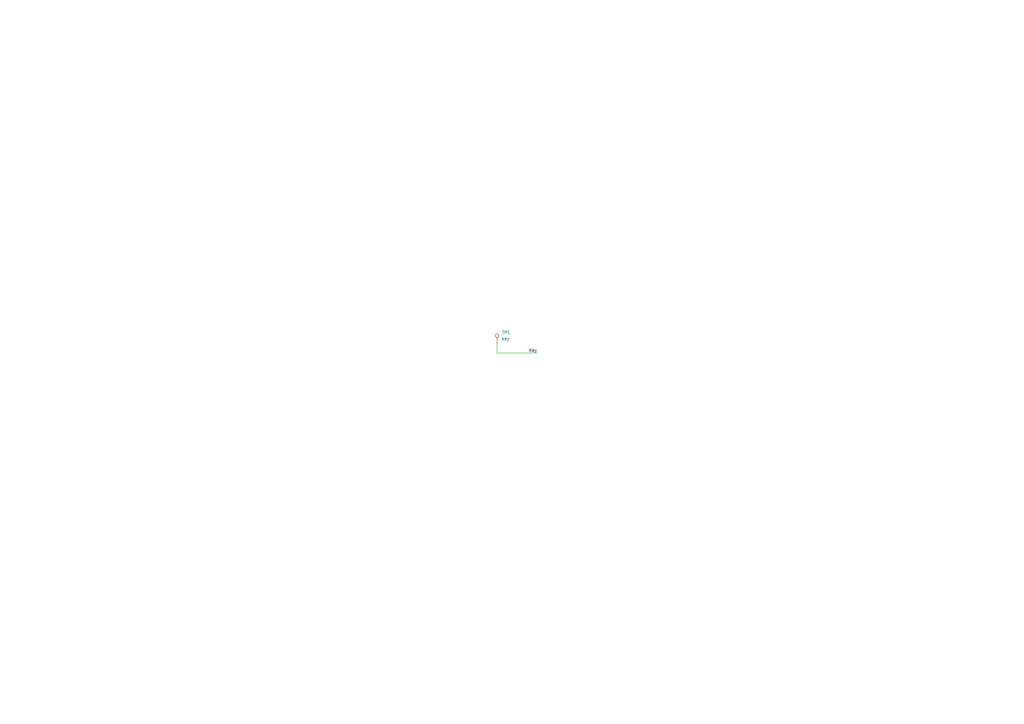
<source format=kicad_sch>
(kicad_sch
	(version 20231120)
	(generator "eeschema")
	(generator_version "8.0")
	(uuid "97fa5a9e-fea2-40ae-976c-23c41ffbf522")
	(paper "A3")
	(title_block
		(date "2025-01-21")
	)
	(lib_symbols
		(symbol "Connector:TestPoint"
			(pin_numbers hide)
			(pin_names
				(offset 0.762) hide)
			(exclude_from_sim no)
			(in_bom yes)
			(on_board yes)
			(property "Reference" "TP"
				(at 0 6.858 0)
				(effects
					(font
						(size 1.27 1.27)
					)
				)
			)
			(property "Value" "TestPoint"
				(at 0 5.08 0)
				(effects
					(font
						(size 1.27 1.27)
					)
				)
			)
			(property "Footprint" ""
				(at 5.08 0 0)
				(effects
					(font
						(size 1.27 1.27)
					)
					(hide yes)
				)
			)
			(property "Datasheet" "~"
				(at 5.08 0 0)
				(effects
					(font
						(size 1.27 1.27)
					)
					(hide yes)
				)
			)
			(property "Description" "test point"
				(at 0 0 0)
				(effects
					(font
						(size 1.27 1.27)
					)
					(hide yes)
				)
			)
			(property "ki_keywords" "test point tp"
				(at 0 0 0)
				(effects
					(font
						(size 1.27 1.27)
					)
					(hide yes)
				)
			)
			(property "ki_fp_filters" "Pin* Test*"
				(at 0 0 0)
				(effects
					(font
						(size 1.27 1.27)
					)
					(hide yes)
				)
			)
			(symbol "TestPoint_0_1"
				(circle
					(center 0 3.302)
					(radius 0.762)
					(stroke
						(width 0)
						(type default)
					)
					(fill
						(type none)
					)
				)
			)
			(symbol "TestPoint_1_1"
				(pin passive line
					(at 0 0 90)
					(length 2.54)
					(name "1"
						(effects
							(font
								(size 1.27 1.27)
							)
						)
					)
					(number "1"
						(effects
							(font
								(size 1.27 1.27)
							)
						)
					)
				)
			)
		)
	)
	(wire
		(pts
			(xy 203.835 144.78) (xy 220.345 144.78)
		)
		(stroke
			(width 0)
			(type default)
		)
		(uuid "098e5392-48d7-4d58-aab7-502df4a22c16")
	)
	(wire
		(pts
			(xy 203.835 140.97) (xy 203.835 144.78)
		)
		(stroke
			(width 0)
			(type default)
		)
		(uuid "975112c2-50fe-4cd6-8daa-11378ede3d81")
	)
	(label "Key"
		(at 220.345 144.78 180)
		(fields_autoplaced yes)
		(effects
			(font
				(size 1.27 1.27)
			)
			(justify right bottom)
		)
		(uuid "a34a60f3-d2d5-4155-a804-db35f9205334")
	)
	(symbol
		(lib_id "Connector:TestPoint")
		(at 203.835 140.97 0)
		(unit 1)
		(exclude_from_sim no)
		(in_bom yes)
		(on_board yes)
		(dnp no)
		(fields_autoplaced yes)
		(uuid "48a85dcf-0410-4423-b35b-c587966e7d22")
		(property "Reference" "TP1"
			(at 205.74 136.3979 0)
			(effects
				(font
					(size 1.27 1.27)
				)
				(justify left)
			)
		)
		(property "Value" "key"
			(at 205.74 138.9379 0)
			(effects
				(font
					(size 1.27 1.27)
				)
				(justify left)
			)
		)
		(property "Footprint" "TestPoint:TestPoint_Pad_D2.0mm"
			(at 208.915 140.97 0)
			(effects
				(font
					(size 1.27 1.27)
				)
				(hide yes)
			)
		)
		(property "Datasheet" "~"
			(at 208.915 140.97 0)
			(effects
				(font
					(size 1.27 1.27)
				)
				(hide yes)
			)
		)
		(property "Description" "test point"
			(at 203.835 140.97 0)
			(effects
				(font
					(size 1.27 1.27)
				)
				(hide yes)
			)
		)
		(pin "1"
			(uuid "4444d95a-601e-4952-993e-33ed8788546b")
		)
		(instances
			(project ""
				(path "/97fa5a9e-fea2-40ae-976c-23c41ffbf522"
					(reference "TP1")
					(unit 1)
				)
			)
		)
	)
	(sheet_instances
		(path "/"
			(page "1")
		)
	)
)

</source>
